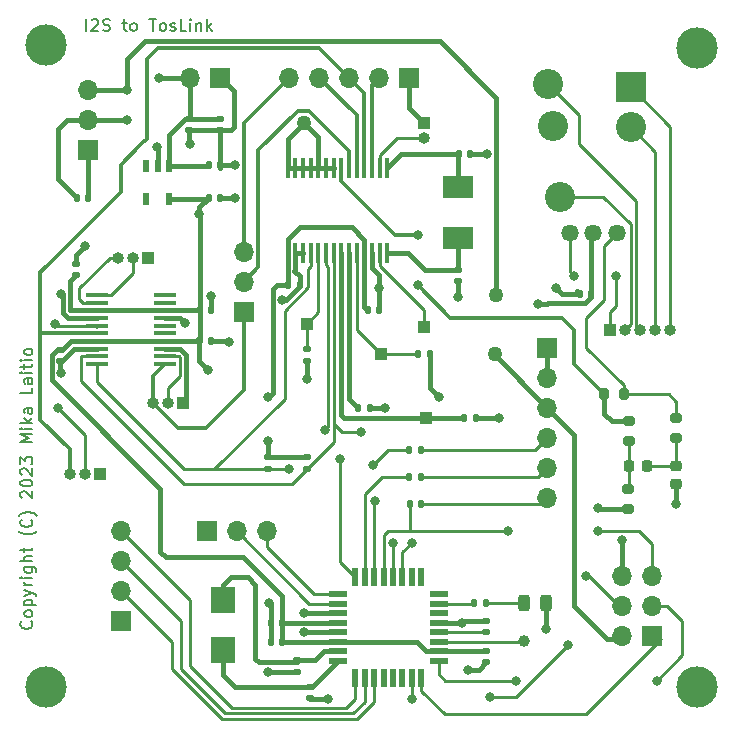
<source format=gbr>
%TF.GenerationSoftware,KiCad,Pcbnew,7.0.10-1-dev-1fdf7d0cf4*%
%TF.CreationDate,2023-12-26T02:00:40-08:00*%
%TF.ProjectId,i2s_to_toslink_pcb,6932735f-746f-45f7-946f-736c696e6b5f,rev?*%
%TF.SameCoordinates,Original*%
%TF.FileFunction,Copper,L1,Top*%
%TF.FilePolarity,Positive*%
%FSLAX46Y46*%
G04 Gerber Fmt 4.6, Leading zero omitted, Abs format (unit mm)*
G04 Created by KiCad (PCBNEW 7.0.10-1-dev-1fdf7d0cf4) date 2023-12-26 02:00:40*
%MOMM*%
%LPD*%
G01*
G04 APERTURE LIST*
G04 Aperture macros list*
%AMRoundRect*
0 Rectangle with rounded corners*
0 $1 Rounding radius*
0 $2 $3 $4 $5 $6 $7 $8 $9 X,Y pos of 4 corners*
0 Add a 4 corners polygon primitive as box body*
4,1,4,$2,$3,$4,$5,$6,$7,$8,$9,$2,$3,0*
0 Add four circle primitives for the rounded corners*
1,1,$1+$1,$2,$3*
1,1,$1+$1,$4,$5*
1,1,$1+$1,$6,$7*
1,1,$1+$1,$8,$9*
0 Add four rect primitives between the rounded corners*
20,1,$1+$1,$2,$3,$4,$5,0*
20,1,$1+$1,$4,$5,$6,$7,0*
20,1,$1+$1,$6,$7,$8,$9,0*
20,1,$1+$1,$8,$9,$2,$3,0*%
G04 Aperture macros list end*
%ADD10C,0.203200*%
%TA.AperFunction,NonConductor*%
%ADD11C,0.203200*%
%TD*%
%TA.AperFunction,SMDPad,CuDef*%
%ADD12R,2.006600X2.235200*%
%TD*%
%TA.AperFunction,ComponentPad*%
%ADD13C,2.600000*%
%TD*%
%TA.AperFunction,ConnectorPad*%
%ADD14C,3.500000*%
%TD*%
%TA.AperFunction,SMDPad,CuDef*%
%ADD15RoundRect,0.140000X-0.140000X-0.170000X0.140000X-0.170000X0.140000X0.170000X-0.140000X0.170000X0*%
%TD*%
%TA.AperFunction,SMDPad,CuDef*%
%ADD16RoundRect,0.200000X-0.275000X0.200000X-0.275000X-0.200000X0.275000X-0.200000X0.275000X0.200000X0*%
%TD*%
%TA.AperFunction,SMDPad,CuDef*%
%ADD17RoundRect,0.140000X-0.170000X0.140000X-0.170000X-0.140000X0.170000X-0.140000X0.170000X0.140000X0*%
%TD*%
%TA.AperFunction,SMDPad,CuDef*%
%ADD18RoundRect,0.140000X0.140000X0.170000X-0.140000X0.170000X-0.140000X-0.170000X0.140000X-0.170000X0*%
%TD*%
%TA.AperFunction,ComponentPad*%
%ADD19R,1.700000X1.700000*%
%TD*%
%TA.AperFunction,ComponentPad*%
%ADD20O,1.700000X1.700000*%
%TD*%
%TA.AperFunction,SMDPad,CuDef*%
%ADD21RoundRect,0.135000X-0.135000X-0.185000X0.135000X-0.185000X0.135000X0.185000X-0.135000X0.185000X0*%
%TD*%
%TA.AperFunction,ComponentPad*%
%ADD22R,1.000000X1.000000*%
%TD*%
%TA.AperFunction,SMDPad,CuDef*%
%ADD23C,1.000000*%
%TD*%
%TA.AperFunction,SMDPad,CuDef*%
%ADD24R,1.600000X0.550000*%
%TD*%
%TA.AperFunction,SMDPad,CuDef*%
%ADD25R,0.550000X1.600000*%
%TD*%
%TA.AperFunction,SMDPad,CuDef*%
%ADD26RoundRect,0.140000X0.170000X-0.140000X0.170000X0.140000X-0.170000X0.140000X-0.170000X-0.140000X0*%
%TD*%
%TA.AperFunction,SMDPad,CuDef*%
%ADD27RoundRect,0.200000X0.275000X-0.200000X0.275000X0.200000X-0.275000X0.200000X-0.275000X-0.200000X0*%
%TD*%
%TA.AperFunction,ComponentPad*%
%ADD28O,1.000000X1.000000*%
%TD*%
%TA.AperFunction,SMDPad,CuDef*%
%ADD29RoundRect,0.225000X0.225000X0.250000X-0.225000X0.250000X-0.225000X-0.250000X0.225000X-0.250000X0*%
%TD*%
%TA.AperFunction,SMDPad,CuDef*%
%ADD30RoundRect,0.135000X0.185000X-0.135000X0.185000X0.135000X-0.185000X0.135000X-0.185000X-0.135000X0*%
%TD*%
%TA.AperFunction,SMDPad,CuDef*%
%ADD31RoundRect,0.200000X-0.200000X-0.275000X0.200000X-0.275000X0.200000X0.275000X-0.200000X0.275000X0*%
%TD*%
%TA.AperFunction,SMDPad,CuDef*%
%ADD32RoundRect,0.135000X-0.185000X0.135000X-0.185000X-0.135000X0.185000X-0.135000X0.185000X0.135000X0*%
%TD*%
%TA.AperFunction,ComponentPad*%
%ADD33R,2.550000X2.550000*%
%TD*%
%TA.AperFunction,ComponentPad*%
%ADD34C,2.550000*%
%TD*%
%TA.AperFunction,ComponentPad*%
%ADD35C,1.462000*%
%TD*%
%TA.AperFunction,SMDPad,CuDef*%
%ADD36R,0.508000X0.977900*%
%TD*%
%TA.AperFunction,SMDPad,CuDef*%
%ADD37RoundRect,0.243750X0.243750X0.456250X-0.243750X0.456250X-0.243750X-0.456250X0.243750X-0.456250X0*%
%TD*%
%TA.AperFunction,SMDPad,CuDef*%
%ADD38RoundRect,0.225000X-0.250000X0.225000X-0.250000X-0.225000X0.250000X-0.225000X0.250000X0.225000X0*%
%TD*%
%TA.AperFunction,SMDPad,CuDef*%
%ADD39R,1.955432X0.420766*%
%TD*%
%TA.AperFunction,SMDPad,CuDef*%
%ADD40R,2.600000X1.900000*%
%TD*%
%TA.AperFunction,SMDPad,CuDef*%
%ADD41R,0.431800X1.651000*%
%TD*%
%TA.AperFunction,SMDPad,CuDef*%
%ADD42RoundRect,0.135000X0.135000X0.185000X-0.135000X0.185000X-0.135000X-0.185000X0.135000X-0.185000X0*%
%TD*%
%TA.AperFunction,ViaPad*%
%ADD43C,0.800000*%
%TD*%
%TA.AperFunction,ViaPad*%
%ADD44C,1.270000*%
%TD*%
%TA.AperFunction,Conductor*%
%ADD45C,0.381000*%
%TD*%
%TA.AperFunction,Conductor*%
%ADD46C,0.250000*%
%TD*%
%TA.AperFunction,Conductor*%
%ADD47C,0.304800*%
%TD*%
G04 APERTURE END LIST*
D10*
D11*
X27553588Y-22471093D02*
X27553588Y-21455093D01*
X27989017Y-21551855D02*
X28037398Y-21503474D01*
X28037398Y-21503474D02*
X28134160Y-21455093D01*
X28134160Y-21455093D02*
X28376065Y-21455093D01*
X28376065Y-21455093D02*
X28472827Y-21503474D01*
X28472827Y-21503474D02*
X28521208Y-21551855D01*
X28521208Y-21551855D02*
X28569589Y-21648617D01*
X28569589Y-21648617D02*
X28569589Y-21745379D01*
X28569589Y-21745379D02*
X28521208Y-21890522D01*
X28521208Y-21890522D02*
X27940636Y-22471093D01*
X27940636Y-22471093D02*
X28569589Y-22471093D01*
X28956636Y-22422713D02*
X29101779Y-22471093D01*
X29101779Y-22471093D02*
X29343684Y-22471093D01*
X29343684Y-22471093D02*
X29440446Y-22422713D01*
X29440446Y-22422713D02*
X29488827Y-22374332D01*
X29488827Y-22374332D02*
X29537208Y-22277570D01*
X29537208Y-22277570D02*
X29537208Y-22180808D01*
X29537208Y-22180808D02*
X29488827Y-22084046D01*
X29488827Y-22084046D02*
X29440446Y-22035665D01*
X29440446Y-22035665D02*
X29343684Y-21987284D01*
X29343684Y-21987284D02*
X29150160Y-21938903D01*
X29150160Y-21938903D02*
X29053398Y-21890522D01*
X29053398Y-21890522D02*
X29005017Y-21842141D01*
X29005017Y-21842141D02*
X28956636Y-21745379D01*
X28956636Y-21745379D02*
X28956636Y-21648617D01*
X28956636Y-21648617D02*
X29005017Y-21551855D01*
X29005017Y-21551855D02*
X29053398Y-21503474D01*
X29053398Y-21503474D02*
X29150160Y-21455093D01*
X29150160Y-21455093D02*
X29392065Y-21455093D01*
X29392065Y-21455093D02*
X29537208Y-21503474D01*
X30601588Y-21793760D02*
X30988636Y-21793760D01*
X30746731Y-21455093D02*
X30746731Y-22325951D01*
X30746731Y-22325951D02*
X30795112Y-22422713D01*
X30795112Y-22422713D02*
X30891874Y-22471093D01*
X30891874Y-22471093D02*
X30988636Y-22471093D01*
X31472445Y-22471093D02*
X31375683Y-22422713D01*
X31375683Y-22422713D02*
X31327302Y-22374332D01*
X31327302Y-22374332D02*
X31278921Y-22277570D01*
X31278921Y-22277570D02*
X31278921Y-21987284D01*
X31278921Y-21987284D02*
X31327302Y-21890522D01*
X31327302Y-21890522D02*
X31375683Y-21842141D01*
X31375683Y-21842141D02*
X31472445Y-21793760D01*
X31472445Y-21793760D02*
X31617588Y-21793760D01*
X31617588Y-21793760D02*
X31714350Y-21842141D01*
X31714350Y-21842141D02*
X31762731Y-21890522D01*
X31762731Y-21890522D02*
X31811112Y-21987284D01*
X31811112Y-21987284D02*
X31811112Y-22277570D01*
X31811112Y-22277570D02*
X31762731Y-22374332D01*
X31762731Y-22374332D02*
X31714350Y-22422713D01*
X31714350Y-22422713D02*
X31617588Y-22471093D01*
X31617588Y-22471093D02*
X31472445Y-22471093D01*
X32875492Y-21455093D02*
X33456064Y-21455093D01*
X33165778Y-22471093D02*
X33165778Y-21455093D01*
X33939873Y-22471093D02*
X33843111Y-22422713D01*
X33843111Y-22422713D02*
X33794730Y-22374332D01*
X33794730Y-22374332D02*
X33746349Y-22277570D01*
X33746349Y-22277570D02*
X33746349Y-21987284D01*
X33746349Y-21987284D02*
X33794730Y-21890522D01*
X33794730Y-21890522D02*
X33843111Y-21842141D01*
X33843111Y-21842141D02*
X33939873Y-21793760D01*
X33939873Y-21793760D02*
X34085016Y-21793760D01*
X34085016Y-21793760D02*
X34181778Y-21842141D01*
X34181778Y-21842141D02*
X34230159Y-21890522D01*
X34230159Y-21890522D02*
X34278540Y-21987284D01*
X34278540Y-21987284D02*
X34278540Y-22277570D01*
X34278540Y-22277570D02*
X34230159Y-22374332D01*
X34230159Y-22374332D02*
X34181778Y-22422713D01*
X34181778Y-22422713D02*
X34085016Y-22471093D01*
X34085016Y-22471093D02*
X33939873Y-22471093D01*
X34665587Y-22422713D02*
X34762349Y-22471093D01*
X34762349Y-22471093D02*
X34955873Y-22471093D01*
X34955873Y-22471093D02*
X35052635Y-22422713D01*
X35052635Y-22422713D02*
X35101016Y-22325951D01*
X35101016Y-22325951D02*
X35101016Y-22277570D01*
X35101016Y-22277570D02*
X35052635Y-22180808D01*
X35052635Y-22180808D02*
X34955873Y-22132427D01*
X34955873Y-22132427D02*
X34810730Y-22132427D01*
X34810730Y-22132427D02*
X34713968Y-22084046D01*
X34713968Y-22084046D02*
X34665587Y-21987284D01*
X34665587Y-21987284D02*
X34665587Y-21938903D01*
X34665587Y-21938903D02*
X34713968Y-21842141D01*
X34713968Y-21842141D02*
X34810730Y-21793760D01*
X34810730Y-21793760D02*
X34955873Y-21793760D01*
X34955873Y-21793760D02*
X35052635Y-21842141D01*
X36020254Y-22471093D02*
X35536444Y-22471093D01*
X35536444Y-22471093D02*
X35536444Y-21455093D01*
X36358920Y-22471093D02*
X36358920Y-21793760D01*
X36358920Y-21455093D02*
X36310539Y-21503474D01*
X36310539Y-21503474D02*
X36358920Y-21551855D01*
X36358920Y-21551855D02*
X36407301Y-21503474D01*
X36407301Y-21503474D02*
X36358920Y-21455093D01*
X36358920Y-21455093D02*
X36358920Y-21551855D01*
X36842730Y-21793760D02*
X36842730Y-22471093D01*
X36842730Y-21890522D02*
X36891111Y-21842141D01*
X36891111Y-21842141D02*
X36987873Y-21793760D01*
X36987873Y-21793760D02*
X37133016Y-21793760D01*
X37133016Y-21793760D02*
X37229778Y-21842141D01*
X37229778Y-21842141D02*
X37278159Y-21938903D01*
X37278159Y-21938903D02*
X37278159Y-22471093D01*
X37761968Y-22471093D02*
X37761968Y-21455093D01*
X37858730Y-22084046D02*
X38149016Y-22471093D01*
X38149016Y-21793760D02*
X37761968Y-22180808D01*
D10*
D11*
X22882332Y-72449839D02*
X22930713Y-72498220D01*
X22930713Y-72498220D02*
X22979093Y-72643363D01*
X22979093Y-72643363D02*
X22979093Y-72740125D01*
X22979093Y-72740125D02*
X22930713Y-72885268D01*
X22930713Y-72885268D02*
X22833951Y-72982030D01*
X22833951Y-72982030D02*
X22737189Y-73030411D01*
X22737189Y-73030411D02*
X22543665Y-73078792D01*
X22543665Y-73078792D02*
X22398522Y-73078792D01*
X22398522Y-73078792D02*
X22204998Y-73030411D01*
X22204998Y-73030411D02*
X22108236Y-72982030D01*
X22108236Y-72982030D02*
X22011474Y-72885268D01*
X22011474Y-72885268D02*
X21963093Y-72740125D01*
X21963093Y-72740125D02*
X21963093Y-72643363D01*
X21963093Y-72643363D02*
X22011474Y-72498220D01*
X22011474Y-72498220D02*
X22059855Y-72449839D01*
X22979093Y-71869268D02*
X22930713Y-71966030D01*
X22930713Y-71966030D02*
X22882332Y-72014411D01*
X22882332Y-72014411D02*
X22785570Y-72062792D01*
X22785570Y-72062792D02*
X22495284Y-72062792D01*
X22495284Y-72062792D02*
X22398522Y-72014411D01*
X22398522Y-72014411D02*
X22350141Y-71966030D01*
X22350141Y-71966030D02*
X22301760Y-71869268D01*
X22301760Y-71869268D02*
X22301760Y-71724125D01*
X22301760Y-71724125D02*
X22350141Y-71627363D01*
X22350141Y-71627363D02*
X22398522Y-71578982D01*
X22398522Y-71578982D02*
X22495284Y-71530601D01*
X22495284Y-71530601D02*
X22785570Y-71530601D01*
X22785570Y-71530601D02*
X22882332Y-71578982D01*
X22882332Y-71578982D02*
X22930713Y-71627363D01*
X22930713Y-71627363D02*
X22979093Y-71724125D01*
X22979093Y-71724125D02*
X22979093Y-71869268D01*
X22301760Y-71095173D02*
X23317760Y-71095173D01*
X22350141Y-71095173D02*
X22301760Y-70998411D01*
X22301760Y-70998411D02*
X22301760Y-70804887D01*
X22301760Y-70804887D02*
X22350141Y-70708125D01*
X22350141Y-70708125D02*
X22398522Y-70659744D01*
X22398522Y-70659744D02*
X22495284Y-70611363D01*
X22495284Y-70611363D02*
X22785570Y-70611363D01*
X22785570Y-70611363D02*
X22882332Y-70659744D01*
X22882332Y-70659744D02*
X22930713Y-70708125D01*
X22930713Y-70708125D02*
X22979093Y-70804887D01*
X22979093Y-70804887D02*
X22979093Y-70998411D01*
X22979093Y-70998411D02*
X22930713Y-71095173D01*
X22301760Y-70272697D02*
X22979093Y-70030792D01*
X22301760Y-69788887D02*
X22979093Y-70030792D01*
X22979093Y-70030792D02*
X23220998Y-70127554D01*
X23220998Y-70127554D02*
X23269379Y-70175935D01*
X23269379Y-70175935D02*
X23317760Y-70272697D01*
X22979093Y-69401840D02*
X22301760Y-69401840D01*
X22495284Y-69401840D02*
X22398522Y-69353459D01*
X22398522Y-69353459D02*
X22350141Y-69305078D01*
X22350141Y-69305078D02*
X22301760Y-69208316D01*
X22301760Y-69208316D02*
X22301760Y-69111554D01*
X22979093Y-68772888D02*
X22301760Y-68772888D01*
X21963093Y-68772888D02*
X22011474Y-68821269D01*
X22011474Y-68821269D02*
X22059855Y-68772888D01*
X22059855Y-68772888D02*
X22011474Y-68724507D01*
X22011474Y-68724507D02*
X21963093Y-68772888D01*
X21963093Y-68772888D02*
X22059855Y-68772888D01*
X22301760Y-67853649D02*
X23124236Y-67853649D01*
X23124236Y-67853649D02*
X23220998Y-67902030D01*
X23220998Y-67902030D02*
X23269379Y-67950411D01*
X23269379Y-67950411D02*
X23317760Y-68047173D01*
X23317760Y-68047173D02*
X23317760Y-68192316D01*
X23317760Y-68192316D02*
X23269379Y-68289078D01*
X22930713Y-67853649D02*
X22979093Y-67950411D01*
X22979093Y-67950411D02*
X22979093Y-68143935D01*
X22979093Y-68143935D02*
X22930713Y-68240697D01*
X22930713Y-68240697D02*
X22882332Y-68289078D01*
X22882332Y-68289078D02*
X22785570Y-68337459D01*
X22785570Y-68337459D02*
X22495284Y-68337459D01*
X22495284Y-68337459D02*
X22398522Y-68289078D01*
X22398522Y-68289078D02*
X22350141Y-68240697D01*
X22350141Y-68240697D02*
X22301760Y-68143935D01*
X22301760Y-68143935D02*
X22301760Y-67950411D01*
X22301760Y-67950411D02*
X22350141Y-67853649D01*
X22979093Y-67369840D02*
X21963093Y-67369840D01*
X22979093Y-66934411D02*
X22446903Y-66934411D01*
X22446903Y-66934411D02*
X22350141Y-66982792D01*
X22350141Y-66982792D02*
X22301760Y-67079554D01*
X22301760Y-67079554D02*
X22301760Y-67224697D01*
X22301760Y-67224697D02*
X22350141Y-67321459D01*
X22350141Y-67321459D02*
X22398522Y-67369840D01*
X22301760Y-66595745D02*
X22301760Y-66208697D01*
X21963093Y-66450602D02*
X22833951Y-66450602D01*
X22833951Y-66450602D02*
X22930713Y-66402221D01*
X22930713Y-66402221D02*
X22979093Y-66305459D01*
X22979093Y-66305459D02*
X22979093Y-66208697D01*
X23366141Y-64805650D02*
X23317760Y-64854031D01*
X23317760Y-64854031D02*
X23172617Y-64950793D01*
X23172617Y-64950793D02*
X23075855Y-64999174D01*
X23075855Y-64999174D02*
X22930713Y-65047555D01*
X22930713Y-65047555D02*
X22688808Y-65095936D01*
X22688808Y-65095936D02*
X22495284Y-65095936D01*
X22495284Y-65095936D02*
X22253379Y-65047555D01*
X22253379Y-65047555D02*
X22108236Y-64999174D01*
X22108236Y-64999174D02*
X22011474Y-64950793D01*
X22011474Y-64950793D02*
X21866332Y-64854031D01*
X21866332Y-64854031D02*
X21817951Y-64805650D01*
X22882332Y-63838031D02*
X22930713Y-63886412D01*
X22930713Y-63886412D02*
X22979093Y-64031555D01*
X22979093Y-64031555D02*
X22979093Y-64128317D01*
X22979093Y-64128317D02*
X22930713Y-64273460D01*
X22930713Y-64273460D02*
X22833951Y-64370222D01*
X22833951Y-64370222D02*
X22737189Y-64418603D01*
X22737189Y-64418603D02*
X22543665Y-64466984D01*
X22543665Y-64466984D02*
X22398522Y-64466984D01*
X22398522Y-64466984D02*
X22204998Y-64418603D01*
X22204998Y-64418603D02*
X22108236Y-64370222D01*
X22108236Y-64370222D02*
X22011474Y-64273460D01*
X22011474Y-64273460D02*
X21963093Y-64128317D01*
X21963093Y-64128317D02*
X21963093Y-64031555D01*
X21963093Y-64031555D02*
X22011474Y-63886412D01*
X22011474Y-63886412D02*
X22059855Y-63838031D01*
X23366141Y-63499365D02*
X23317760Y-63450984D01*
X23317760Y-63450984D02*
X23172617Y-63354222D01*
X23172617Y-63354222D02*
X23075855Y-63305841D01*
X23075855Y-63305841D02*
X22930713Y-63257460D01*
X22930713Y-63257460D02*
X22688808Y-63209079D01*
X22688808Y-63209079D02*
X22495284Y-63209079D01*
X22495284Y-63209079D02*
X22253379Y-63257460D01*
X22253379Y-63257460D02*
X22108236Y-63305841D01*
X22108236Y-63305841D02*
X22011474Y-63354222D01*
X22011474Y-63354222D02*
X21866332Y-63450984D01*
X21866332Y-63450984D02*
X21817951Y-63499365D01*
X22059855Y-61999556D02*
X22011474Y-61951175D01*
X22011474Y-61951175D02*
X21963093Y-61854413D01*
X21963093Y-61854413D02*
X21963093Y-61612508D01*
X21963093Y-61612508D02*
X22011474Y-61515746D01*
X22011474Y-61515746D02*
X22059855Y-61467365D01*
X22059855Y-61467365D02*
X22156617Y-61418984D01*
X22156617Y-61418984D02*
X22253379Y-61418984D01*
X22253379Y-61418984D02*
X22398522Y-61467365D01*
X22398522Y-61467365D02*
X22979093Y-62047937D01*
X22979093Y-62047937D02*
X22979093Y-61418984D01*
X21963093Y-60790032D02*
X21963093Y-60693270D01*
X21963093Y-60693270D02*
X22011474Y-60596508D01*
X22011474Y-60596508D02*
X22059855Y-60548127D01*
X22059855Y-60548127D02*
X22156617Y-60499746D01*
X22156617Y-60499746D02*
X22350141Y-60451365D01*
X22350141Y-60451365D02*
X22592046Y-60451365D01*
X22592046Y-60451365D02*
X22785570Y-60499746D01*
X22785570Y-60499746D02*
X22882332Y-60548127D01*
X22882332Y-60548127D02*
X22930713Y-60596508D01*
X22930713Y-60596508D02*
X22979093Y-60693270D01*
X22979093Y-60693270D02*
X22979093Y-60790032D01*
X22979093Y-60790032D02*
X22930713Y-60886794D01*
X22930713Y-60886794D02*
X22882332Y-60935175D01*
X22882332Y-60935175D02*
X22785570Y-60983556D01*
X22785570Y-60983556D02*
X22592046Y-61031937D01*
X22592046Y-61031937D02*
X22350141Y-61031937D01*
X22350141Y-61031937D02*
X22156617Y-60983556D01*
X22156617Y-60983556D02*
X22059855Y-60935175D01*
X22059855Y-60935175D02*
X22011474Y-60886794D01*
X22011474Y-60886794D02*
X21963093Y-60790032D01*
X22059855Y-60064318D02*
X22011474Y-60015937D01*
X22011474Y-60015937D02*
X21963093Y-59919175D01*
X21963093Y-59919175D02*
X21963093Y-59677270D01*
X21963093Y-59677270D02*
X22011474Y-59580508D01*
X22011474Y-59580508D02*
X22059855Y-59532127D01*
X22059855Y-59532127D02*
X22156617Y-59483746D01*
X22156617Y-59483746D02*
X22253379Y-59483746D01*
X22253379Y-59483746D02*
X22398522Y-59532127D01*
X22398522Y-59532127D02*
X22979093Y-60112699D01*
X22979093Y-60112699D02*
X22979093Y-59483746D01*
X21963093Y-59145080D02*
X21963093Y-58516127D01*
X21963093Y-58516127D02*
X22350141Y-58854794D01*
X22350141Y-58854794D02*
X22350141Y-58709651D01*
X22350141Y-58709651D02*
X22398522Y-58612889D01*
X22398522Y-58612889D02*
X22446903Y-58564508D01*
X22446903Y-58564508D02*
X22543665Y-58516127D01*
X22543665Y-58516127D02*
X22785570Y-58516127D01*
X22785570Y-58516127D02*
X22882332Y-58564508D01*
X22882332Y-58564508D02*
X22930713Y-58612889D01*
X22930713Y-58612889D02*
X22979093Y-58709651D01*
X22979093Y-58709651D02*
X22979093Y-58999937D01*
X22979093Y-58999937D02*
X22930713Y-59096699D01*
X22930713Y-59096699D02*
X22882332Y-59145080D01*
X22979093Y-57306604D02*
X21963093Y-57306604D01*
X21963093Y-57306604D02*
X22688808Y-56967937D01*
X22688808Y-56967937D02*
X21963093Y-56629270D01*
X21963093Y-56629270D02*
X22979093Y-56629270D01*
X22979093Y-56145461D02*
X22301760Y-56145461D01*
X21963093Y-56145461D02*
X22011474Y-56193842D01*
X22011474Y-56193842D02*
X22059855Y-56145461D01*
X22059855Y-56145461D02*
X22011474Y-56097080D01*
X22011474Y-56097080D02*
X21963093Y-56145461D01*
X21963093Y-56145461D02*
X22059855Y-56145461D01*
X22979093Y-55661651D02*
X21963093Y-55661651D01*
X22592046Y-55564889D02*
X22979093Y-55274603D01*
X22301760Y-55274603D02*
X22688808Y-55661651D01*
X22979093Y-54403746D02*
X22446903Y-54403746D01*
X22446903Y-54403746D02*
X22350141Y-54452127D01*
X22350141Y-54452127D02*
X22301760Y-54548889D01*
X22301760Y-54548889D02*
X22301760Y-54742413D01*
X22301760Y-54742413D02*
X22350141Y-54839175D01*
X22930713Y-54403746D02*
X22979093Y-54500508D01*
X22979093Y-54500508D02*
X22979093Y-54742413D01*
X22979093Y-54742413D02*
X22930713Y-54839175D01*
X22930713Y-54839175D02*
X22833951Y-54887556D01*
X22833951Y-54887556D02*
X22737189Y-54887556D01*
X22737189Y-54887556D02*
X22640427Y-54839175D01*
X22640427Y-54839175D02*
X22592046Y-54742413D01*
X22592046Y-54742413D02*
X22592046Y-54500508D01*
X22592046Y-54500508D02*
X22543665Y-54403746D01*
X22979093Y-52662032D02*
X22979093Y-53145842D01*
X22979093Y-53145842D02*
X21963093Y-53145842D01*
X22979093Y-51887937D02*
X22446903Y-51887937D01*
X22446903Y-51887937D02*
X22350141Y-51936318D01*
X22350141Y-51936318D02*
X22301760Y-52033080D01*
X22301760Y-52033080D02*
X22301760Y-52226604D01*
X22301760Y-52226604D02*
X22350141Y-52323366D01*
X22930713Y-51887937D02*
X22979093Y-51984699D01*
X22979093Y-51984699D02*
X22979093Y-52226604D01*
X22979093Y-52226604D02*
X22930713Y-52323366D01*
X22930713Y-52323366D02*
X22833951Y-52371747D01*
X22833951Y-52371747D02*
X22737189Y-52371747D01*
X22737189Y-52371747D02*
X22640427Y-52323366D01*
X22640427Y-52323366D02*
X22592046Y-52226604D01*
X22592046Y-52226604D02*
X22592046Y-51984699D01*
X22592046Y-51984699D02*
X22543665Y-51887937D01*
X22979093Y-51404128D02*
X22301760Y-51404128D01*
X21963093Y-51404128D02*
X22011474Y-51452509D01*
X22011474Y-51452509D02*
X22059855Y-51404128D01*
X22059855Y-51404128D02*
X22011474Y-51355747D01*
X22011474Y-51355747D02*
X21963093Y-51404128D01*
X21963093Y-51404128D02*
X22059855Y-51404128D01*
X22301760Y-51065461D02*
X22301760Y-50678413D01*
X21963093Y-50920318D02*
X22833951Y-50920318D01*
X22833951Y-50920318D02*
X22930713Y-50871937D01*
X22930713Y-50871937D02*
X22979093Y-50775175D01*
X22979093Y-50775175D02*
X22979093Y-50678413D01*
X22979093Y-50339747D02*
X22301760Y-50339747D01*
X21963093Y-50339747D02*
X22011474Y-50388128D01*
X22011474Y-50388128D02*
X22059855Y-50339747D01*
X22059855Y-50339747D02*
X22011474Y-50291366D01*
X22011474Y-50291366D02*
X21963093Y-50339747D01*
X21963093Y-50339747D02*
X22059855Y-50339747D01*
X22979093Y-49710794D02*
X22930713Y-49807556D01*
X22930713Y-49807556D02*
X22882332Y-49855937D01*
X22882332Y-49855937D02*
X22785570Y-49904318D01*
X22785570Y-49904318D02*
X22495284Y-49904318D01*
X22495284Y-49904318D02*
X22398522Y-49855937D01*
X22398522Y-49855937D02*
X22350141Y-49807556D01*
X22350141Y-49807556D02*
X22301760Y-49710794D01*
X22301760Y-49710794D02*
X22301760Y-49565651D01*
X22301760Y-49565651D02*
X22350141Y-49468889D01*
X22350141Y-49468889D02*
X22398522Y-49420508D01*
X22398522Y-49420508D02*
X22495284Y-49372127D01*
X22495284Y-49372127D02*
X22785570Y-49372127D01*
X22785570Y-49372127D02*
X22882332Y-49420508D01*
X22882332Y-49420508D02*
X22930713Y-49468889D01*
X22930713Y-49468889D02*
X22979093Y-49565651D01*
X22979093Y-49565651D02*
X22979093Y-49710794D01*
D12*
%TO.P,Y1,1,1*%
%TO.N,MCU_XTAL2*%
X39116000Y-74904600D03*
%TO.P,Y1,2,2*%
%TO.N,MCU_XTAL1*%
X39116000Y-70637400D03*
%TD*%
D13*
%TO.P,H1,1*%
%TO.N,N/C*%
X24130000Y-23622000D03*
D14*
X24130000Y-23622000D03*
%TD*%
D15*
%TO.P,C18,1*%
%TO.N,CODEC_XIN*%
X59055000Y-32856000D03*
%TO.P,C18,2*%
%TO.N,GND*%
X60015000Y-32856000D03*
%TD*%
D16*
%TO.P,R10,1*%
%TO.N,Net-(J10-VIN)*%
X77470000Y-55271400D03*
%TO.P,R10,2*%
%TO.N,Net-(C22-Pad1)*%
X77470000Y-56921400D03*
%TD*%
D17*
%TO.P,C10,1*%
%TO.N,MCU_XTAL1*%
X45364400Y-75748000D03*
%TO.P,C10,2*%
%TO.N,GND*%
X45364400Y-76708000D03*
%TD*%
D18*
%TO.P,C15,1*%
%TO.N,GND*%
X38069400Y-48717200D03*
%TO.P,C15,2*%
%TO.N,VCC_3V3*%
X37109400Y-48717200D03*
%TD*%
D19*
%TO.P,J3,1,Pin_1*%
%TO.N,GND*%
X27686000Y-32512000D03*
D20*
%TO.P,J3,2,Pin_2*%
%TO.N,VCC_3V3*%
X27686000Y-29972000D03*
%TO.P,J3,3,Pin_3*%
%TO.N,VIN_5V*%
X27686000Y-27432000D03*
%TD*%
D21*
%TO.P,R4,1*%
%TO.N,MCU_TXD0*%
X54860000Y-60198000D03*
%TO.P,R4,2*%
%TO.N,Net-(J5-Pin_5)*%
X55880000Y-60198000D03*
%TD*%
%TO.P,R6,1*%
%TO.N,CODEC_GPO7*%
X59484800Y-55245000D03*
%TO.P,R6,2*%
%TO.N,GND*%
X60504800Y-55245000D03*
%TD*%
D22*
%TO.P,J17,1,Pin_1*%
%TO.N,CODEC_CLKOUT*%
X56134000Y-47498000D03*
%TD*%
D21*
%TO.P,R8,1*%
%TO.N,CODEC_RESETB*%
X55624000Y-49784000D03*
%TO.P,R8,2*%
%TO.N,VCC_3V3*%
X56644000Y-49784000D03*
%TD*%
D18*
%TO.P,C8,1*%
%TO.N,VCC_3V3*%
X44113600Y-74168000D03*
%TO.P,C8,2*%
%TO.N,GND*%
X43153600Y-74168000D03*
%TD*%
D23*
%TO.P,TP1,1,1*%
%TO.N,Net-(U2-ADC6)*%
X64617600Y-74117200D03*
%TD*%
D17*
%TO.P,C13,1*%
%TO.N,GND*%
X26670000Y-42164000D03*
%TO.P,C13,2*%
%TO.N,VCC_3V3*%
X26670000Y-43124000D03*
%TD*%
D24*
%TO.P,U2,1,PD3*%
%TO.N,Net-(J4-Pin_3)*%
X48861400Y-70174200D03*
%TO.P,U2,2,PD4*%
%TO.N,Net-(J4-Pin_2)*%
X48861400Y-70974200D03*
%TO.P,U2,3,GND*%
%TO.N,GND*%
X48861400Y-71774200D03*
%TO.P,U2,4,VCC*%
%TO.N,VCC_3V3*%
X48861400Y-72574200D03*
%TO.P,U2,5,GND*%
%TO.N,GND*%
X48861400Y-73374200D03*
%TO.P,U2,6,VCC*%
%TO.N,VCC_3V3*%
X48861400Y-74174200D03*
%TO.P,U2,7,XTAL1/PB6*%
%TO.N,MCU_XTAL1*%
X48861400Y-74974200D03*
%TO.P,U2,8,XTAL2/PB7*%
%TO.N,MCU_XTAL2*%
X48861400Y-75774200D03*
D25*
%TO.P,U2,9,PD5*%
%TO.N,Net-(J12-Pin_4)*%
X50311400Y-77224200D03*
%TO.P,U2,10,PD6*%
%TO.N,Net-(J12-Pin_3)*%
X51111400Y-77224200D03*
%TO.P,U2,11,PD7*%
%TO.N,Net-(J12-Pin_2)*%
X51911400Y-77224200D03*
%TO.P,U2,12,PB0*%
%TO.N,unconnected-(U2-PB0-Pad12)*%
X52711400Y-77224200D03*
%TO.P,U2,13,PB1*%
%TO.N,unconnected-(U2-PB1-Pad13)*%
X53511400Y-77224200D03*
%TO.P,U2,14,PB2*%
%TO.N,unconnected-(U2-PB2-Pad14)*%
X54311400Y-77224200D03*
%TO.P,U2,15,PB3*%
%TO.N,MCU_MOSI*%
X55111400Y-77224200D03*
%TO.P,U2,16,PB4*%
%TO.N,MCU_MISO*%
X55911400Y-77224200D03*
D24*
%TO.P,U2,17,PB5*%
%TO.N,MCU_SCK*%
X57361400Y-75774200D03*
%TO.P,U2,18,AVCC*%
%TO.N,VCC_3V3*%
X57361400Y-74974200D03*
%TO.P,U2,19,ADC6*%
%TO.N,Net-(U2-ADC6)*%
X57361400Y-74174200D03*
%TO.P,U2,20,AREF*%
%TO.N,Net-(U2-AREF)*%
X57361400Y-73374200D03*
%TO.P,U2,21,GND*%
%TO.N,GND*%
X57361400Y-72574200D03*
%TO.P,U2,22,ADC7*%
%TO.N,unconnected-(U2-ADC7-Pad22)*%
X57361400Y-71774200D03*
%TO.P,U2,23,PC0*%
%TO.N,MCU_LED*%
X57361400Y-70974200D03*
%TO.P,U2,24,PC1*%
%TO.N,unconnected-(U2-PC1-Pad24)*%
X57361400Y-70174200D03*
D25*
%TO.P,U2,25,PC2*%
%TO.N,unconnected-(U2-PC2-Pad25)*%
X55911400Y-68724200D03*
%TO.P,U2,26,PC3*%
%TO.N,unconnected-(U2-PC3-Pad26)*%
X55111400Y-68724200D03*
%TO.P,U2,27,PC4*%
%TO.N,MCU_SDA1*%
X54311400Y-68724200D03*
%TO.P,U2,28,PC5*%
%TO.N,MCU_SCL1*%
X53511400Y-68724200D03*
%TO.P,U2,29,~{RESET}/PC6*%
%TO.N,MCU_RST*%
X52711400Y-68724200D03*
%TO.P,U2,30,PD0*%
%TO.N,MCU_RXD0*%
X51911400Y-68724200D03*
%TO.P,U2,31,PD1*%
%TO.N,MCU_TXD0*%
X51111400Y-68724200D03*
%TO.P,U2,32,PD2*%
%TO.N,MCU_INT0*%
X50311400Y-68724200D03*
%TD*%
D19*
%TO.P,J2,1,Pin_1*%
%TO.N,GND*%
X54864000Y-26416000D03*
D20*
%TO.P,J2,2,Pin_2*%
%TO.N,EXTERNAL_IN_I2S_DIN*%
X52324000Y-26416000D03*
%TO.P,J2,3,Pin_3*%
%TO.N,EXTERNAL_IN_I2S_BCLK*%
X49784000Y-26416000D03*
%TO.P,J2,4,Pin_4*%
%TO.N,EXTERNAL_IN_I2S_LRCLK*%
X47244000Y-26416000D03*
%TO.P,J2,5,Pin_5*%
%TO.N,EXTERNAL_IN_I2S_MCLK*%
X44704000Y-26416000D03*
%TD*%
D22*
%TO.P,J15,1,Pin_1*%
%TO.N,CODEC_GPO7*%
X56261000Y-55245000D03*
%TD*%
D26*
%TO.P,C14,1*%
%TO.N,GND*%
X25349200Y-50416400D03*
%TO.P,C14,2*%
%TO.N,VCC_3V3*%
X25349200Y-49456400D03*
%TD*%
D16*
%TO.P,R12,1*%
%TO.N,Net-(C23-Pad2)*%
X73431400Y-61291200D03*
%TO.P,R12,2*%
%TO.N,GND*%
X73431400Y-62941200D03*
%TD*%
D19*
%TO.P,J12,1,Pin_1*%
%TO.N,GND*%
X30480000Y-72390000D03*
D20*
%TO.P,J12,2,Pin_2*%
%TO.N,Net-(J12-Pin_2)*%
X30480000Y-69850000D03*
%TO.P,J12,3,Pin_3*%
%TO.N,Net-(J12-Pin_3)*%
X30480000Y-67310000D03*
%TO.P,J12,4,Pin_4*%
%TO.N,Net-(J12-Pin_4)*%
X30480000Y-64770000D03*
%TD*%
D15*
%TO.P,C4,1*%
%TO.N,VCC_3V3*%
X37902000Y-36576000D03*
%TO.P,C4,2*%
%TO.N,GND*%
X38862000Y-36576000D03*
%TD*%
D27*
%TO.P,R13,1*%
%TO.N,Net-(C23-Pad2)*%
X73482200Y-57150000D03*
%TO.P,R13,2*%
%TO.N,CODEC_OUT_SPDIF_AUDIO_DATA*%
X73482200Y-55500000D03*
%TD*%
D22*
%TO.P,J9,1,Pin_1*%
%TO.N,GND*%
X35687000Y-53975000D03*
D28*
%TO.P,J9,2,Pin_2*%
%TO.N,Net-(J9-Pin_2)*%
X34417000Y-53975000D03*
%TO.P,J9,3,Pin_3*%
%TO.N,CLKGEN_OUT_I2S_MCLK*%
X33147000Y-53975000D03*
%TD*%
D21*
%TO.P,R5,1*%
%TO.N,MCU_RXD0*%
X54860000Y-57912000D03*
%TO.P,R5,2*%
%TO.N,Net-(J5-Pin_4)*%
X55880000Y-57912000D03*
%TD*%
D29*
%TO.P,C23,1*%
%TO.N,Net-(C22-Pad1)*%
X75019400Y-59271400D03*
%TO.P,C23,2*%
%TO.N,Net-(C23-Pad2)*%
X73469400Y-59271400D03*
%TD*%
D30*
%TO.P,R1,1*%
%TO.N,MCU_SDA1*%
X46228000Y-59563000D03*
%TO.P,R1,2*%
%TO.N,VCC_3V3*%
X46228000Y-58543000D03*
%TD*%
D31*
%TO.P,R11,1*%
%TO.N,CODEC_OUT_SPDIF_AUDIO_DATA*%
X71374000Y-53213000D03*
%TO.P,R11,2*%
%TO.N,Net-(J10-VIN)*%
X73024000Y-53213000D03*
%TD*%
D22*
%TO.P,J7,1,Pin_1*%
%TO.N,GND*%
X28702000Y-59944000D03*
D28*
%TO.P,J7,2,Pin_2*%
%TO.N,Net-(J7-Pin_2)*%
X27432000Y-59944000D03*
%TO.P,J7,3,Pin_3*%
%TO.N,EXTERNAL_IN_I2S_BCLK*%
X26162000Y-59944000D03*
%TD*%
D22*
%TO.P,J14,1,Pin_1*%
%TO.N,CODEC_GPO0*%
X46228000Y-47244000D03*
%TD*%
D17*
%TO.P,C11,1*%
%TO.N,MCU_XTAL2*%
X46482000Y-78006000D03*
%TO.P,C11,2*%
%TO.N,GND*%
X46482000Y-78966000D03*
%TD*%
D18*
%TO.P,C5,1*%
%TO.N,GND*%
X27686000Y-36576000D03*
%TO.P,C5,2*%
%TO.N,VCC_3V3*%
X26726000Y-36576000D03*
%TD*%
D19*
%TO.P,J5,1,Pin_1*%
%TO.N,GND*%
X66548000Y-49276000D03*
D20*
%TO.P,J5,2,Pin_2*%
X66548000Y-51816000D03*
%TO.P,J5,3,Pin_3*%
%TO.N,VIN_5V*%
X66548000Y-54356000D03*
%TO.P,J5,4,Pin_4*%
%TO.N,Net-(J5-Pin_4)*%
X66548000Y-56896000D03*
%TO.P,J5,5,Pin_5*%
%TO.N,Net-(J5-Pin_5)*%
X66548000Y-59436000D03*
%TO.P,J5,6,Pin_6*%
%TO.N,Net-(J5-Pin_6)*%
X66548000Y-61976000D03*
%TD*%
D32*
%TO.P,R9,1*%
%TO.N,CODEC_GPO0*%
X46228000Y-49401000D03*
%TO.P,R9,2*%
%TO.N,GND*%
X46228000Y-50421000D03*
%TD*%
D13*
%TO.P,H3,1*%
%TO.N,N/C*%
X24130000Y-77978000D03*
D14*
X24130000Y-77978000D03*
%TD*%
D18*
%TO.P,C16,1*%
%TO.N,GND*%
X38097400Y-46126400D03*
%TO.P,C16,2*%
%TO.N,VCC_3V3*%
X37137400Y-46126400D03*
%TD*%
D33*
%TO.P,J10,1,DETECTOR_1*%
%TO.N,Net-(J10-DETECTOR_1)*%
X73678400Y-27198600D03*
D34*
%TO.P,J10,2,LEFT_CHANNEL*%
%TO.N,Net-(J10-LEFT_CHANNEL)*%
X67628400Y-36498600D03*
%TO.P,J10,3,RIGHT_CHANNEL*%
%TO.N,Net-(J10-RIGHT_CHANNEL)*%
X73678400Y-30598600D03*
%TO.P,J10,4,GND_1*%
%TO.N,GND*%
X67078400Y-30498600D03*
%TO.P,J10,5,DETECTOR_2*%
%TO.N,Net-(J10-DETECTOR_2)*%
X66628400Y-26998600D03*
D35*
%TO.P,J10,6,GND_2*%
%TO.N,Net-(J10-GND_2)*%
X68478400Y-39598600D03*
%TO.P,J10,7,VCC*%
%TO.N,VCC_3V3*%
X70478400Y-39598600D03*
%TO.P,J10,8,VIN*%
%TO.N,Net-(J10-VIN)*%
X72478400Y-39598600D03*
%TD*%
D32*
%TO.P,R3,1*%
%TO.N,VCC_3V3*%
X42926000Y-58545000D03*
%TO.P,R3,2*%
%TO.N,MCU_SCL1*%
X42926000Y-59565000D03*
%TD*%
D26*
%TO.P,C6,1*%
%TO.N,Net-(U2-AREF)*%
X61417200Y-73400800D03*
%TO.P,C6,2*%
%TO.N,GND*%
X61417200Y-72440800D03*
%TD*%
D36*
%TO.P,U1,1,VIN*%
%TO.N,VIN_5V*%
X34526501Y-33940750D03*
%TO.P,U1,2,GND*%
%TO.N,GND*%
X33576500Y-33940750D03*
%TO.P,U1,3,nc*%
%TO.N,unconnected-(U1-nc-Pad3)*%
X32626499Y-33940750D03*
%TO.P,U1,4,nc*%
%TO.N,unconnected-(U1-nc-Pad4)*%
X32626499Y-36671250D03*
%TO.P,U1,5,VOUT*%
%TO.N,VCC_3V3*%
X34526501Y-36671250D03*
%TD*%
D17*
%TO.P,C9,1*%
%TO.N,VCC_3V3*%
X61417200Y-74960600D03*
%TO.P,C9,2*%
%TO.N,GND*%
X61417200Y-75920600D03*
%TD*%
D37*
%TO.P,D1,1,K*%
%TO.N,GND*%
X66441800Y-70942200D03*
%TO.P,D1,2,A*%
%TO.N,Net-(D1-A)*%
X64566800Y-70942200D03*
%TD*%
D26*
%TO.P,C1,1*%
%TO.N,GND*%
X38862000Y-30861000D03*
%TO.P,C1,2*%
%TO.N,VIN_5V*%
X38862000Y-29901000D03*
%TD*%
D18*
%TO.P,C21,1*%
%TO.N,VCC_3V3*%
X70302000Y-44704000D03*
%TO.P,C21,2*%
%TO.N,GND*%
X69342000Y-44704000D03*
%TD*%
D15*
%TO.P,C19,1*%
%TO.N,VCC_3V3*%
X51364000Y-46101000D03*
%TO.P,C19,2*%
%TO.N,GND*%
X52324000Y-46101000D03*
%TD*%
D38*
%TO.P,C22,1*%
%TO.N,Net-(C22-Pad1)*%
X77470000Y-59283600D03*
%TO.P,C22,2*%
%TO.N,GND*%
X77470000Y-60833600D03*
%TD*%
D17*
%TO.P,C17,1*%
%TO.N,CODEC_XOP*%
X58978800Y-42700000D03*
%TO.P,C17,2*%
%TO.N,GND*%
X58978800Y-43660000D03*
%TD*%
D15*
%TO.P,C12,1*%
%TO.N,MCU_RST*%
X54920000Y-62484000D03*
%TO.P,C12,2*%
%TO.N,Net-(J5-Pin_6)*%
X55880000Y-62484000D03*
%TD*%
D39*
%TO.P,U3,1,S0_A0_CLK_SEL*%
%TO.N,Net-(J8-Pin_2)*%
X28412232Y-44827000D03*
%TO.P,U3,2,S1_A1*%
%TO.N,Net-(J8-Pin_3)*%
X28412232Y-45477001D03*
%TO.P,U3,3,VCC*%
%TO.N,VCC_3V3*%
X28412232Y-46126999D03*
%TO.P,U3,4,GND*%
%TO.N,GND*%
X28412232Y-46777001D03*
%TO.P,U3,5,CLK_IN0*%
%TO.N,Net-(J7-Pin_2)*%
X28412232Y-47426999D03*
%TO.P,U3,6,CLK_IN1*%
%TO.N,EXTERNAL_IN_I2S_BCLK*%
X28412232Y-48077001D03*
%TO.P,U3,7,VCC*%
%TO.N,VCC_3V3*%
X28412232Y-48726999D03*
%TO.P,U3,8,GND*%
%TO.N,GND*%
X28412232Y-49377001D03*
%TO.P,U3,9,SDATA*%
%TO.N,MCU_SDA1*%
X28412232Y-50026999D03*
%TO.P,U3,10,SCLOCK*%
%TO.N,MCU_SCL1*%
X28412232Y-50677000D03*
%TO.P,U3,11,Y0*%
%TO.N,CLKGEN_OUT_I2S_MCLK*%
X34163000Y-50677000D03*
%TO.P,U3,12,Y1*%
%TO.N,Net-(J9-Pin_2)*%
X34163000Y-50026999D03*
%TO.P,U3,13,GND*%
%TO.N,GND*%
X34163000Y-49377001D03*
%TO.P,U3,14,VCCOUT1*%
%TO.N,VCC_3V3*%
X34163000Y-48726999D03*
%TO.P,U3,15,Y2*%
%TO.N,unconnected-(U3-Y2-Pad15)*%
X34163000Y-48077001D03*
%TO.P,U3,16,Y3*%
%TO.N,unconnected-(U3-Y3-Pad16)*%
X34163000Y-47426999D03*
%TO.P,U3,17,GND*%
%TO.N,GND*%
X34163000Y-46777001D03*
%TO.P,U3,18,VCCOUT2*%
%TO.N,VCC_3V3*%
X34163000Y-46126999D03*
%TO.P,U3,19,Y4*%
%TO.N,unconnected-(U3-Y4-Pad19)*%
X34163000Y-45477001D03*
%TO.P,U3,20,Y5*%
%TO.N,unconnected-(U3-Y5-Pad20)*%
X34163000Y-44827000D03*
%TD*%
D22*
%TO.P,J13,1,Pin_1*%
%TO.N,Net-(J10-GND_2)*%
X71872000Y-47752000D03*
D28*
%TO.P,J13,2,Pin_2*%
%TO.N,Net-(J10-LEFT_CHANNEL)*%
X73142000Y-47752000D03*
%TO.P,J13,3,Pin_3*%
%TO.N,Net-(J10-DETECTOR_2)*%
X74412000Y-47752000D03*
%TO.P,J13,4,Pin_4*%
%TO.N,Net-(J10-RIGHT_CHANNEL)*%
X75682000Y-47752000D03*
%TO.P,J13,5,Pin_5*%
%TO.N,Net-(J10-DETECTOR_1)*%
X76952000Y-47752000D03*
%TD*%
D22*
%TO.P,J11,1,Pin_1*%
%TO.N,GND*%
X56134000Y-30226000D03*
D28*
%TO.P,J11,2,Pin_2*%
%TO.N,Net-(J11-Pin_2)*%
X56134000Y-31496000D03*
%TD*%
D21*
%TO.P,R2,1*%
%TO.N,MCU_LED*%
X60348400Y-70942200D03*
%TO.P,R2,2*%
%TO.N,Net-(D1-A)*%
X61368400Y-70942200D03*
%TD*%
D19*
%TO.P,J6,1,MISO*%
%TO.N,MCU_MISO*%
X75438000Y-73660000D03*
D20*
%TO.P,J6,2,VCC*%
%TO.N,VIN_5V*%
X72898000Y-73660000D03*
%TO.P,J6,3,SCK*%
%TO.N,MCU_SCK*%
X75438000Y-71120000D03*
%TO.P,J6,4,MOSI*%
%TO.N,MCU_MOSI*%
X72898000Y-71120000D03*
%TO.P,J6,5,~{RST}*%
%TO.N,MCU_RST*%
X75438000Y-68580000D03*
%TO.P,J6,6,GND*%
%TO.N,GND*%
X72898000Y-68580000D03*
%TD*%
D15*
%TO.P,C3,1*%
%TO.N,VIN_5V*%
X37902000Y-33782000D03*
%TO.P,C3,2*%
%TO.N,GND*%
X38862000Y-33782000D03*
%TD*%
D40*
%TO.P,Y2,1,1*%
%TO.N,CODEC_XIN*%
X58978000Y-35696000D03*
%TO.P,Y2,2,2*%
%TO.N,CODEC_XOP*%
X58978000Y-39996000D03*
%TD*%
D19*
%TO.P,J1,1,Pin_1*%
%TO.N,GND*%
X38862000Y-26416000D03*
D20*
%TO.P,J1,2,Pin_2*%
%TO.N,VIN_5V*%
X36322000Y-26416000D03*
%TD*%
D19*
%TO.P,JP1,1,A*%
%TO.N,CLKGEN_OUT_I2S_MCLK*%
X40894000Y-46228000D03*
D20*
%TO.P,JP1,2,C*%
%TO.N,CODEC_IN_I2S_MCLK*%
X40894000Y-43688000D03*
%TO.P,JP1,3,B*%
%TO.N,EXTERNAL_IN_I2S_MCLK*%
X40894000Y-41148000D03*
%TD*%
D41*
%TO.P,U4,1,DVDD*%
%TO.N,VCC_3V3*%
X44584001Y-41300400D03*
%TO.P,U4,2,RX1*%
%TO.N,GND*%
X45234002Y-41300400D03*
%TO.P,U4,3,RX0*%
X45884001Y-41300400D03*
%TO.P,U4,4,SCLK*%
%TO.N,MCU_SCL1*%
X46534002Y-41300400D03*
%TO.P,U4,5,GPO0/SWIFMODE*%
%TO.N,CODEC_GPO0*%
X47184000Y-41300400D03*
%TO.P,U4,6,GPO1*%
%TO.N,MCU_INT0*%
X47834002Y-41300400D03*
%TO.P,U4,7,SDIN/HWMODE*%
%TO.N,MCU_SDA1*%
X48484000Y-41300400D03*
%TO.P,U4,8,SDOUT/GPo7*%
%TO.N,CODEC_GPO7*%
X49133999Y-41300400D03*
%TO.P,U4,9,CSB/GPO2*%
%TO.N,Net-(U4-CSB{slash}GPO2)*%
X49784000Y-41300400D03*
%TO.P,U4,10,RESETB*%
%TO.N,CODEC_RESETB*%
X50433999Y-41300400D03*
%TO.P,U4,11,PVDD*%
%TO.N,VCC_3V3*%
X51084000Y-41300400D03*
%TO.P,U4,12,PGND*%
%TO.N,GND*%
X51733999Y-41300400D03*
%TO.P,U4,13,CLKOUT*%
%TO.N,CODEC_CLKOUT*%
X52384000Y-41300400D03*
%TO.P,U4,14,XOP*%
%TO.N,CODEC_XOP*%
X53033999Y-41300400D03*
%TO.P,U4,15,XIN*%
%TO.N,CODEC_XIN*%
X53034001Y-34036000D03*
%TO.P,U4,16,DOUT*%
%TO.N,Net-(J11-Pin_2)*%
X52384000Y-34036000D03*
%TO.P,U4,17,DIN*%
%TO.N,EXTERNAL_IN_I2S_DIN*%
X51734001Y-34036000D03*
%TO.P,U4,18,BCLK*%
%TO.N,EXTERNAL_IN_I2S_BCLK*%
X51084000Y-34036000D03*
%TO.P,U4,19,LRCLK*%
%TO.N,EXTERNAL_IN_I2S_LRCLK*%
X50434002Y-34036000D03*
%TO.P,U4,20,MCLK*%
%TO.N,CODEC_IN_I2S_MCLK*%
X49784000Y-34036000D03*
%TO.P,U4,21,TX0*%
%TO.N,CODEC_OUT_SPDIF_AUDIO_DATA*%
X49134002Y-34036000D03*
%TO.P,U4,22,RX7/GPO6*%
%TO.N,GND*%
X48484000Y-34036000D03*
%TO.P,U4,23,RX6/GPO5*%
X47834002Y-34036000D03*
%TO.P,U4,24,RX5/GPO4*%
X47184000Y-34036000D03*
%TO.P,U4,25,RX4/GPO3*%
X46534002Y-34036000D03*
%TO.P,U4,26,RX3*%
X45884001Y-34036000D03*
%TO.P,U4,27,RX2*%
X45234002Y-34036000D03*
%TO.P,U4,28,DGND*%
X44584001Y-34036000D03*
%TD*%
D42*
%TO.P,R7,1*%
%TO.N,GND*%
X51564000Y-54356000D03*
%TO.P,R7,2*%
%TO.N,Net-(U4-CSB{slash}GPO2)*%
X50544000Y-54356000D03*
%TD*%
D18*
%TO.P,C20,1*%
%TO.N,GND*%
X45593000Y-43942000D03*
%TO.P,C20,2*%
%TO.N,VCC_3V3*%
X44633000Y-43942000D03*
%TD*%
D26*
%TO.P,C2,1*%
%TO.N,GND*%
X36195000Y-30861000D03*
%TO.P,C2,2*%
%TO.N,VIN_5V*%
X36195000Y-29901000D03*
%TD*%
D18*
%TO.P,C7,1*%
%TO.N,VCC_3V3*%
X44114600Y-72567800D03*
%TO.P,C7,2*%
%TO.N,GND*%
X43154600Y-72567800D03*
%TD*%
D22*
%TO.P,J8,1,Pin_1*%
%TO.N,GND*%
X32766000Y-41656000D03*
D28*
%TO.P,J8,2,Pin_2*%
%TO.N,Net-(J8-Pin_2)*%
X31496000Y-41656000D03*
%TO.P,J8,3,Pin_3*%
%TO.N,Net-(J8-Pin_3)*%
X30226000Y-41656000D03*
%TD*%
D22*
%TO.P,J16,1,Pin_1*%
%TO.N,CODEC_RESETB*%
X52451000Y-49784000D03*
%TD*%
D13*
%TO.P,H2,1*%
%TO.N,N/C*%
X79248000Y-23876000D03*
D14*
X79248000Y-23876000D03*
%TD*%
D13*
%TO.P,H4,1*%
%TO.N,N/C*%
X79248000Y-77978000D03*
D14*
X79248000Y-77978000D03*
%TD*%
D19*
%TO.P,J4,1,Pin_1*%
%TO.N,GND*%
X37744400Y-64820800D03*
D20*
%TO.P,J4,2,Pin_2*%
%TO.N,Net-(J4-Pin_2)*%
X40284400Y-64820800D03*
%TO.P,J4,3,Pin_3*%
%TO.N,Net-(J4-Pin_3)*%
X42824400Y-64820800D03*
%TD*%
D43*
%TO.N,GND*%
X33528000Y-32258000D03*
X25400000Y-51460400D03*
X66471800Y-73126600D03*
X61468000Y-32893000D03*
X72898000Y-65532000D03*
X45948600Y-73364700D03*
X35890200Y-47218600D03*
X46228000Y-51943000D03*
X67310000Y-44196000D03*
X70866000Y-62865000D03*
X36322000Y-32004000D03*
X59893200Y-76581000D03*
X48006000Y-78994000D03*
X59385200Y-72593200D03*
X25371500Y-44704000D03*
X40132000Y-33782000D03*
X52832000Y-54356000D03*
X42926000Y-76708000D03*
X59004200Y-45034200D03*
X40132000Y-36576000D03*
X39624000Y-48768000D03*
X27432000Y-40640000D03*
X44097500Y-45212000D03*
X52324000Y-44196000D03*
X62484000Y-55245000D03*
X38100000Y-44881800D03*
X45974000Y-71783700D03*
X77470000Y-62484000D03*
D44*
X45974000Y-30226000D03*
D43*
X43027600Y-70891400D03*
%TO.N,VIN_5V*%
X30988000Y-27432000D03*
D44*
X62103000Y-49784000D03*
X62258500Y-44831000D03*
D43*
X33655000Y-26416000D03*
%TO.N,VCC_3V3*%
X42926000Y-57150000D03*
X57404000Y-53467000D03*
X42926000Y-53467000D03*
X37846000Y-51181000D03*
X65786000Y-45593000D03*
X30988000Y-29972000D03*
X37084000Y-37973000D03*
%TO.N,MCU_RST*%
X63246000Y-64770000D03*
X70866000Y-64770000D03*
%TO.N,Net-(J7-Pin_2)*%
X25146000Y-54356000D03*
X24892000Y-47244000D03*
%TO.N,MCU_SCK*%
X75819000Y-77470000D03*
X63881000Y-77470000D03*
%TO.N,MCU_MOSI*%
X68351400Y-74447400D03*
X61722000Y-78892400D03*
X55118000Y-79044800D03*
X69850000Y-68580000D03*
%TO.N,MCU_SDA1*%
X50800000Y-56388000D03*
X55118000Y-65786000D03*
%TO.N,MCU_SCL1*%
X53480264Y-65824090D03*
X44704000Y-59563000D03*
%TO.N,MCU_RXD0*%
X51943000Y-62230000D03*
X51816000Y-59182000D03*
%TO.N,CODEC_OUT_SPDIF_AUDIO_DATA*%
X55626000Y-39751000D03*
X55626000Y-43992800D03*
%TO.N,MCU_INT0*%
X47759000Y-56256347D03*
X49022000Y-58674000D03*
%TO.N,Net-(J10-GND_2)*%
X72390000Y-43180000D03*
X68834000Y-43180000D03*
%TD*%
D45*
%TO.N,GND*%
X39751000Y-30861000D02*
X40005000Y-30607000D01*
X47184000Y-34036000D02*
X47184000Y-31436000D01*
X45958100Y-73374200D02*
X48861400Y-73374200D01*
X45983500Y-71774200D02*
X48861400Y-71774200D01*
X45234002Y-42729999D02*
X45234002Y-41300400D01*
X36195000Y-31877000D02*
X36322000Y-32004000D01*
X44097500Y-45212000D02*
X44427122Y-45212000D01*
X59537600Y-72440800D02*
X59385200Y-72593200D01*
X72898000Y-68580000D02*
X72898000Y-65532000D01*
X26670000Y-41402000D02*
X27432000Y-40640000D01*
X69342000Y-44704000D02*
X67818000Y-44704000D01*
X45165001Y-42799000D02*
X45234002Y-42729999D01*
X52324000Y-44196000D02*
X52324000Y-46101000D01*
X33576500Y-32306500D02*
X33528000Y-32258000D01*
X25349200Y-50416400D02*
X25349200Y-51409600D01*
X51733999Y-42506900D02*
X51733999Y-41300400D01*
X45593000Y-43942000D02*
X45593000Y-43226999D01*
X59893200Y-76581000D02*
X60756800Y-76581000D01*
X45884001Y-41300400D02*
X45234002Y-41300400D01*
X59004200Y-43685400D02*
X58978800Y-43660000D01*
X77470000Y-60833600D02*
X77470000Y-62484000D01*
X25581000Y-44913500D02*
X25581000Y-46367657D01*
X25349200Y-51409600D02*
X25400000Y-51460400D01*
X66471800Y-73126600D02*
X66471800Y-70972200D01*
X66548000Y-51816000D02*
X66548000Y-49276000D01*
X39624000Y-48768000D02*
X39573200Y-48717200D01*
X33576500Y-33940750D02*
X33576500Y-32306500D01*
X34163000Y-46777001D02*
X35448601Y-46777001D01*
X35995000Y-53667000D02*
X35995000Y-49902255D01*
X61417200Y-72440800D02*
X59537600Y-72440800D01*
X48484000Y-34036000D02*
X44584001Y-34036000D01*
X43153600Y-74168000D02*
X43153600Y-72568800D01*
X28412232Y-49377001D02*
X26492721Y-49377001D01*
X67818000Y-44704000D02*
X67310000Y-44196000D01*
X40005000Y-27559000D02*
X38862000Y-26416000D01*
X54864000Y-28956000D02*
X54864000Y-26416000D01*
X38862000Y-30861000D02*
X39751000Y-30861000D01*
X39573200Y-48717200D02*
X38069400Y-48717200D01*
X35448601Y-46777001D02*
X35890200Y-47218600D01*
X45948600Y-73364700D02*
X45958100Y-73374200D01*
X60756800Y-76581000D02*
X61417200Y-75920600D01*
X44584001Y-31615999D02*
X45974000Y-30226000D01*
X59004200Y-45034200D02*
X59004200Y-43685400D01*
X36195000Y-30861000D02*
X36195000Y-31877000D01*
X26670000Y-42164000D02*
X26670000Y-41402000D01*
X35469746Y-49377001D02*
X34163000Y-49377001D01*
X43154600Y-72567800D02*
X43154600Y-71018400D01*
X25371500Y-44704000D02*
X25581000Y-44913500D01*
X57361400Y-72574200D02*
X59366200Y-72574200D01*
X25990344Y-46777001D02*
X28412232Y-46777001D01*
X73431400Y-62941200D02*
X70942200Y-62941200D01*
X38097400Y-46126400D02*
X38097400Y-44884400D01*
X43154600Y-71018400D02*
X43027600Y-70891400D01*
X69113400Y-44475400D02*
X69342000Y-44704000D01*
X47184000Y-31436000D02*
X45974000Y-30226000D01*
X51564000Y-54356000D02*
X52832000Y-54356000D01*
X44427122Y-45212000D02*
X45593000Y-44046122D01*
X44584001Y-34036000D02*
X44584001Y-31615999D01*
X48006000Y-78994000D02*
X46510000Y-78994000D01*
X38862000Y-36576000D02*
X40132000Y-36576000D01*
X26492721Y-49377001D02*
X25453322Y-50416400D01*
X45593000Y-44046122D02*
X45593000Y-43942000D01*
X38862000Y-34036000D02*
X38862000Y-30861000D01*
X52324000Y-43096901D02*
X51733999Y-42506900D01*
X66471800Y-70972200D02*
X66441800Y-70942200D01*
X35995000Y-49902255D02*
X35469746Y-49377001D01*
X45593000Y-43226999D02*
X45165001Y-42799000D01*
X45364400Y-76708000D02*
X42926000Y-76708000D01*
X60504800Y-55245000D02*
X62484000Y-55245000D01*
X40005000Y-30607000D02*
X40005000Y-27559000D01*
X61431000Y-32856000D02*
X61468000Y-32893000D01*
X46228000Y-50421000D02*
X46228000Y-51943000D01*
X45974000Y-71783700D02*
X45983500Y-71774200D01*
X25581000Y-46367657D02*
X25990344Y-46777001D01*
X70942200Y-62941200D02*
X70866000Y-62865000D01*
X38097400Y-44884400D02*
X38100000Y-44881800D01*
X38862000Y-33782000D02*
X40132000Y-33782000D01*
X52324000Y-44196000D02*
X52324000Y-43096901D01*
X46510000Y-78994000D02*
X46482000Y-78966000D01*
X60015000Y-32856000D02*
X61431000Y-32856000D01*
X56134000Y-30226000D02*
X54864000Y-28956000D01*
X27686000Y-36576000D02*
X27686000Y-32512000D01*
X59366200Y-72574200D02*
X59385200Y-72593200D01*
X36195000Y-30861000D02*
X38862000Y-30861000D01*
X25453322Y-50416400D02*
X25349200Y-50416400D01*
X35687000Y-53975000D02*
X35995000Y-53667000D01*
X43153600Y-72568800D02*
X43154600Y-72567800D01*
%TO.N,VIN_5V*%
X30988000Y-24857100D02*
X30988000Y-27432000D01*
X57470700Y-23333100D02*
X62258500Y-28120900D01*
X68834000Y-56642000D02*
X66548000Y-54356000D01*
X62258500Y-28120900D02*
X62258500Y-44831000D01*
X37743250Y-33940750D02*
X37902000Y-33782000D01*
X34526501Y-33940750D02*
X37743250Y-33940750D01*
X68834000Y-71120000D02*
X68834000Y-56642000D01*
X72898000Y-73914000D02*
X71628000Y-73914000D01*
X36322000Y-26416000D02*
X36322000Y-29774000D01*
X36195000Y-29901000D02*
X38862000Y-29901000D01*
X32512000Y-23333100D02*
X30988000Y-24857100D01*
X36322000Y-29774000D02*
X36195000Y-29901000D01*
X34526501Y-33940750D02*
X34526501Y-31259500D01*
X33655000Y-26416000D02*
X36322000Y-26416000D01*
X27686000Y-27432000D02*
X30988000Y-27432000D01*
X34526501Y-31259500D02*
X35885001Y-29901000D01*
X35885001Y-29901000D02*
X36195000Y-29901000D01*
X32512000Y-23333100D02*
X57470700Y-23333100D01*
X71628000Y-73914000D02*
X68834000Y-71120000D01*
X62103000Y-49784000D02*
X62103000Y-49911000D01*
X62103000Y-49911000D02*
X66548000Y-54356000D01*
%TO.N,VCC_3V3*%
X65786000Y-45593000D02*
X66548000Y-45593000D01*
X44224200Y-72568000D02*
X44116200Y-72460000D01*
X56642000Y-49786000D02*
X56644000Y-49784000D01*
X37137400Y-38026400D02*
X37137400Y-46126400D01*
X44113600Y-72568800D02*
X44114600Y-72567800D01*
X37137400Y-46126400D02*
X37137400Y-48689200D01*
X61403600Y-74974200D02*
X61417200Y-74960600D01*
X44121000Y-72574200D02*
X44114600Y-72567800D01*
X48861400Y-74174200D02*
X44119800Y-74174200D01*
X37099601Y-48726999D02*
X37109400Y-48717200D01*
X37084000Y-37394000D02*
X37902000Y-36576000D01*
X37136801Y-46126999D02*
X37137400Y-46126400D01*
X48861400Y-72574200D02*
X44121000Y-72574200D01*
X25908000Y-29972000D02*
X27686000Y-29972000D01*
X51084000Y-45821000D02*
X51364000Y-46101000D01*
X34264600Y-67030600D02*
X33782000Y-66548000D01*
X42926000Y-58545000D02*
X42926000Y-57150000D01*
X55505400Y-74174200D02*
X56305400Y-74974200D01*
X26162000Y-43632000D02*
X26670000Y-43124000D01*
X27686000Y-29972000D02*
X30988000Y-29972000D01*
X48861400Y-74174200D02*
X55505400Y-74174200D01*
X37846000Y-51181000D02*
X37109400Y-50444400D01*
X25349200Y-49456400D02*
X25473600Y-49456400D01*
X34526501Y-36671250D02*
X37806750Y-36671250D01*
X44114600Y-70352800D02*
X40792400Y-67030600D01*
X57404000Y-53467000D02*
X56642000Y-52705000D01*
X70302000Y-44704000D02*
X70302000Y-39775000D01*
X42928000Y-58543000D02*
X46228000Y-58543000D01*
X44113600Y-74168000D02*
X44113600Y-72568800D01*
X44113600Y-72462600D02*
X44116200Y-72460000D01*
X50012600Y-39065200D02*
X51084000Y-40136600D01*
X66611500Y-45529500D02*
X69786499Y-45529500D01*
X24609500Y-52041500D02*
X24609500Y-49886101D01*
X70302000Y-39775000D02*
X70478400Y-39598600D01*
X66548000Y-45593000D02*
X66611500Y-45529500D01*
X37084000Y-37973000D02*
X37137400Y-38026400D01*
X43307000Y-44323000D02*
X43688000Y-43942000D01*
X51084000Y-41300400D02*
X51084000Y-45821000D01*
X45612701Y-39065200D02*
X50012600Y-39065200D01*
X43688000Y-43942000D02*
X44633000Y-43942000D01*
X26162000Y-46126999D02*
X26162000Y-43632000D01*
X44119800Y-74174200D02*
X44113600Y-74168000D01*
X37137400Y-48689200D02*
X37109400Y-48717200D01*
X44584001Y-43893001D02*
X44633000Y-43942000D01*
X28412232Y-48726999D02*
X26203001Y-48726999D01*
X28412232Y-46126999D02*
X34163000Y-46126999D01*
X43307000Y-53086000D02*
X43307000Y-44323000D01*
X51084000Y-40136600D02*
X51084000Y-41300400D01*
X56305400Y-74974200D02*
X57361400Y-74974200D01*
X44114600Y-72567800D02*
X44114600Y-70352800D01*
X40792400Y-67030600D02*
X34264600Y-67030600D01*
X26726000Y-36576000D02*
X25146000Y-34996000D01*
X42926000Y-58545000D02*
X42928000Y-58543000D01*
X44584001Y-41300400D02*
X44584001Y-43893001D01*
X44584001Y-41300400D02*
X44584001Y-40093900D01*
X25473600Y-49456400D02*
X26203001Y-48726999D01*
X25146000Y-34996000D02*
X25146000Y-30734000D01*
X42926000Y-53467000D02*
X43307000Y-53086000D01*
X24609500Y-49886101D02*
X25039201Y-49456400D01*
X69786499Y-45529500D02*
X70302000Y-45013999D01*
X70302000Y-45013999D02*
X70302000Y-44704000D01*
X34163000Y-48726999D02*
X28412232Y-48726999D01*
X57361400Y-74974200D02*
X61403600Y-74974200D01*
X33782000Y-66548000D02*
X33782000Y-61214000D01*
X37806750Y-36671250D02*
X37902000Y-36576000D01*
X44584001Y-40093900D02*
X45612701Y-39065200D01*
X56642000Y-52705000D02*
X56642000Y-49786000D01*
X25146000Y-30734000D02*
X25908000Y-29972000D01*
X34163000Y-48726999D02*
X37099601Y-48726999D01*
X34163000Y-46126999D02*
X37136801Y-46126999D01*
X33782000Y-61214000D02*
X24609500Y-52041500D01*
X25039201Y-49456400D02*
X25349200Y-49456400D01*
X37084000Y-37973000D02*
X37084000Y-37394000D01*
X28412232Y-46126999D02*
X26162000Y-46126999D01*
X37109400Y-50444400D02*
X37109400Y-48717200D01*
D46*
%TO.N,Net-(U2-AREF)*%
X57361400Y-73374200D02*
X61390600Y-73374200D01*
X61390600Y-73374200D02*
X61417200Y-73400800D01*
D45*
%TO.N,MCU_XTAL1*%
X41859200Y-69392800D02*
X41198800Y-68732400D01*
X46934000Y-75748000D02*
X47707800Y-74974200D01*
X39776400Y-68732400D02*
X39116000Y-69392800D01*
X47707800Y-74974200D02*
X48861400Y-74974200D01*
X41198800Y-68732400D02*
X39776400Y-68732400D01*
X39116000Y-69392800D02*
X39116000Y-70637400D01*
X41859200Y-75641200D02*
X41859200Y-69392800D01*
X42136000Y-75918000D02*
X41859200Y-75641200D01*
X45364400Y-75748000D02*
X46934000Y-75748000D01*
X45364400Y-75918000D02*
X42136000Y-75918000D01*
%TO.N,MCU_XTAL2*%
X39116000Y-76962000D02*
X40160000Y-78006000D01*
X46482000Y-78006000D02*
X46629600Y-78006000D01*
X46629600Y-78006000D02*
X48861400Y-75774200D01*
X39116000Y-76962000D02*
X39116000Y-74904600D01*
X46482000Y-78006000D02*
X40160000Y-78006000D01*
D46*
%TO.N,MCU_RST*%
X75438000Y-68580000D02*
X75438000Y-65903694D01*
X54920000Y-64714000D02*
X54864000Y-64770000D01*
X52711400Y-65144600D02*
X52711400Y-68724200D01*
X75438000Y-65903694D02*
X74304306Y-64770000D01*
X74304306Y-64770000D02*
X70866000Y-64770000D01*
X63246000Y-64770000D02*
X54864000Y-64770000D01*
X54864000Y-64770000D02*
X53086000Y-64770000D01*
X54920000Y-62484000D02*
X54920000Y-64714000D01*
X53086000Y-64770000D02*
X52711400Y-65144600D01*
D45*
%TO.N,CODEC_XOP*%
X58978000Y-39996000D02*
X58978000Y-42699200D01*
X56187400Y-42700000D02*
X54762400Y-41275000D01*
X58978000Y-42699200D02*
X58978800Y-42700000D01*
X54762400Y-41275000D02*
X54737000Y-41300400D01*
X54737000Y-41300400D02*
X53033999Y-41300400D01*
X58978800Y-42700000D02*
X56187400Y-42700000D01*
%TO.N,CODEC_XIN*%
X54214001Y-32856000D02*
X53034001Y-34036000D01*
X58978000Y-35696000D02*
X58978000Y-32933000D01*
X58978000Y-32933000D02*
X59055000Y-32856000D01*
X59055000Y-32856000D02*
X54214001Y-32856000D01*
D46*
%TO.N,Net-(C22-Pad1)*%
X77470000Y-59283600D02*
X77470000Y-56921400D01*
X77457800Y-59271400D02*
X77470000Y-59283600D01*
X75019400Y-59271400D02*
X77457800Y-59271400D01*
%TO.N,Net-(D1-A)*%
X64566800Y-70942200D02*
X61368400Y-70942200D01*
D47*
%TO.N,EXTERNAL_IN_I2S_DIN*%
X52324000Y-26416000D02*
X51734001Y-27005999D01*
X51734001Y-27005999D02*
X51734001Y-34036000D01*
%TO.N,EXTERNAL_IN_I2S_BCLK*%
X28412232Y-48077001D02*
X23705446Y-48077001D01*
X32454345Y-31759600D02*
X32502400Y-31759600D01*
X47244000Y-23876000D02*
X49784000Y-26416000D01*
X30480000Y-36068000D02*
X30480000Y-33782000D01*
X32013600Y-32248400D02*
X32013600Y-32200345D01*
X23631600Y-55372000D02*
X23631600Y-42916400D01*
X23749000Y-42799000D02*
X24257000Y-42291000D01*
X32502400Y-31759600D02*
X32664400Y-31597600D01*
X32664400Y-31597600D02*
X32664400Y-24835600D01*
X26162000Y-57902400D02*
X23631600Y-55372000D01*
X33624000Y-23876000D02*
X47244000Y-23876000D01*
X24257000Y-42291000D02*
X30480000Y-36068000D01*
X51084000Y-27716000D02*
X51084000Y-34036000D01*
X32013600Y-32200345D02*
X32454345Y-31759600D01*
X23631600Y-42916400D02*
X24257000Y-42291000D01*
X49784000Y-26416000D02*
X51084000Y-27716000D01*
X30480000Y-33782000D02*
X32013600Y-32248400D01*
X26162000Y-59944000D02*
X26162000Y-57902400D01*
X32664400Y-24835600D02*
X33624000Y-23876000D01*
%TO.N,EXTERNAL_IN_I2S_LRCLK*%
X47244000Y-26416000D02*
X50434002Y-29606002D01*
X50434002Y-29606002D02*
X50434002Y-34036000D01*
%TO.N,EXTERNAL_IN_I2S_MCLK*%
X40894000Y-30226000D02*
X44704000Y-26416000D01*
X40894000Y-41148000D02*
X40894000Y-30226000D01*
D46*
%TO.N,Net-(J4-Pin_2)*%
X46437800Y-70974200D02*
X48861400Y-70974200D01*
X40284400Y-64820800D02*
X46437800Y-70974200D01*
%TO.N,Net-(J4-Pin_3)*%
X46806200Y-70174200D02*
X48861400Y-70174200D01*
X42824400Y-66192400D02*
X46806200Y-70174200D01*
X42824400Y-64820800D02*
X42824400Y-66192400D01*
%TO.N,Net-(J7-Pin_2)*%
X28327431Y-47511800D02*
X28412232Y-47426999D01*
X24892000Y-47244000D02*
X25074999Y-47426999D01*
X25074999Y-47426999D02*
X28412232Y-47426999D01*
X25146000Y-54356000D02*
X27432000Y-56642000D01*
X27432000Y-56642000D02*
X27432000Y-59944000D01*
%TO.N,Net-(J8-Pin_2)*%
X31496000Y-42926000D02*
X31496000Y-41656000D01*
X28412232Y-44827000D02*
X29595000Y-44827000D01*
X29595000Y-44827000D02*
X31496000Y-42926000D01*
%TO.N,Net-(J9-Pin_2)*%
X35390716Y-50026999D02*
X34163000Y-50026999D01*
X35479500Y-50115783D02*
X35390716Y-50026999D01*
X35479500Y-51642500D02*
X35479500Y-50115783D01*
X34417000Y-53975000D02*
X34417000Y-52705000D01*
X34417000Y-52705000D02*
X35479500Y-51642500D01*
D47*
%TO.N,CLKGEN_OUT_I2S_MCLK*%
X37644000Y-56106000D02*
X40894000Y-52856000D01*
X40894000Y-46228000D02*
X40894000Y-52856000D01*
X35278000Y-56106000D02*
X37644000Y-56106000D01*
X33147000Y-53975000D02*
X33147000Y-51693000D01*
X33147000Y-53975000D02*
X35278000Y-56106000D01*
X33147000Y-51693000D02*
X34163000Y-50677000D01*
D46*
%TO.N,Net-(J10-DETECTOR_1)*%
X73617400Y-27241000D02*
X76952000Y-30575600D01*
X76952000Y-47752000D02*
X76952000Y-30575600D01*
%TO.N,Net-(J10-RIGHT_CHANNEL)*%
X73617400Y-30641000D02*
X75682000Y-32705600D01*
X75682000Y-47752000D02*
X75682000Y-32705600D01*
%TO.N,Net-(J10-DETECTOR_2)*%
X74091999Y-36880999D02*
X69215000Y-32004000D01*
X69215000Y-32004000D02*
X69215000Y-29585200D01*
X74412000Y-47752000D02*
X74091999Y-48072001D01*
X74091999Y-48072001D02*
X74091999Y-36880999D01*
X69215000Y-29585200D02*
X66628400Y-26998600D01*
%TO.N,Net-(J10-VIN)*%
X73024000Y-52450000D02*
X69850000Y-49276000D01*
X69850000Y-49276000D02*
X69850000Y-46736000D01*
X76835000Y-53213000D02*
X73024000Y-53213000D01*
X69850000Y-46736000D02*
X71374000Y-45212000D01*
X71374000Y-40703000D02*
X72478400Y-39598600D01*
X71374000Y-45212000D02*
X71374000Y-40703000D01*
X77470000Y-55271400D02*
X77470000Y-53848000D01*
X73024000Y-53213000D02*
X73024000Y-52450000D01*
X77470000Y-53848000D02*
X76835000Y-53213000D01*
%TO.N,Net-(J11-Pin_2)*%
X53848500Y-31496000D02*
X56134000Y-31496000D01*
X52384000Y-34036000D02*
X52384000Y-32960500D01*
X52384000Y-32960500D02*
X53848500Y-31496000D01*
%TO.N,MCU_MISO*%
X57886600Y-80289400D02*
X69824600Y-80289400D01*
X69824600Y-80289400D02*
X76200000Y-73914000D01*
X55911400Y-78314200D02*
X55911400Y-77224200D01*
X57886600Y-80289400D02*
X55911400Y-78314200D01*
%TO.N,MCU_SCK*%
X77978000Y-72390000D02*
X77978000Y-75311000D01*
X76708000Y-71120000D02*
X77978000Y-72390000D01*
X57912000Y-77470000D02*
X57361400Y-76919400D01*
X77978000Y-75311000D02*
X75819000Y-77470000D01*
X75438000Y-71120000D02*
X76708000Y-71120000D01*
X57361400Y-76919400D02*
X57361400Y-75774200D01*
X63881000Y-77470000D02*
X57912000Y-77470000D01*
%TO.N,MCU_MOSI*%
X55118000Y-79044800D02*
X55118000Y-77230800D01*
X63906400Y-78892400D02*
X61722000Y-78892400D01*
X70104000Y-68580000D02*
X69850000Y-68580000D01*
X68351400Y-74447400D02*
X63906400Y-78892400D01*
X72898000Y-71374000D02*
X70104000Y-68580000D01*
X55118000Y-77230800D02*
X55111400Y-77224200D01*
D47*
%TO.N,CODEC_IN_I2S_MCLK*%
X42096400Y-42485600D02*
X40894000Y-43688000D01*
X49784000Y-32639605D02*
X46382995Y-29238600D01*
X42096400Y-32579600D02*
X42096400Y-42485600D01*
X49784000Y-34036000D02*
X49784000Y-32639605D01*
X45437400Y-29238600D02*
X42096400Y-32579600D01*
X46382995Y-29238600D02*
X45437400Y-29238600D01*
D46*
%TO.N,MCU_SDA1*%
X48484000Y-57307000D02*
X48484000Y-55753000D01*
X48484000Y-55753000D02*
X48484000Y-41300400D01*
X54311400Y-66592600D02*
X54311400Y-68724200D01*
X44958000Y-60833000D02*
X35814000Y-60833000D01*
X55118000Y-65786000D02*
X54311400Y-66592600D01*
X27051000Y-50089803D02*
X27113804Y-50026999D01*
X46228000Y-59563000D02*
X44958000Y-60833000D01*
X50800000Y-56388000D02*
X49149000Y-56388000D01*
X48514000Y-55753000D02*
X48484000Y-55753000D01*
X27051000Y-52070000D02*
X27051000Y-50089803D01*
X46228000Y-59563000D02*
X48484000Y-57307000D01*
X35814000Y-60833000D02*
X27051000Y-52070000D01*
X27113804Y-50026999D02*
X28412232Y-50026999D01*
X49149000Y-56388000D02*
X48514000Y-55753000D01*
%TO.N,MCU_LED*%
X57361400Y-70974200D02*
X60316400Y-70974200D01*
X60316400Y-70974200D02*
X60348400Y-70942200D01*
%TO.N,MCU_SCL1*%
X53511400Y-65855226D02*
X53511400Y-68724200D01*
X42928000Y-59563000D02*
X42926000Y-59565000D01*
X38354000Y-59563000D02*
X42924000Y-59563000D01*
X28412232Y-52161232D02*
X35814000Y-59563000D01*
X53480264Y-65824090D02*
X53511400Y-65855226D01*
X28412232Y-50677000D02*
X28412232Y-52161232D01*
X42926000Y-59565000D02*
X42924000Y-59563000D01*
X44704000Y-59563000D02*
X42928000Y-59563000D01*
X46534002Y-41300400D02*
X46534002Y-42375900D01*
X44323000Y-53594000D02*
X38354000Y-59563000D01*
X46534002Y-42375900D02*
X46318000Y-42591902D01*
X46318000Y-44188490D02*
X44323000Y-46183490D01*
X46318000Y-42591902D02*
X46318000Y-44188490D01*
X44323000Y-46183490D02*
X44323000Y-53594000D01*
X35814000Y-59563000D02*
X38354000Y-59563000D01*
%TO.N,MCU_TXD0*%
X51111400Y-61664600D02*
X51111400Y-68724200D01*
X52578000Y-60198000D02*
X51111400Y-61664600D01*
X54860000Y-60198000D02*
X52578000Y-60198000D01*
%TO.N,MCU_RXD0*%
X51911400Y-62261600D02*
X51911400Y-68724200D01*
X51943000Y-62230000D02*
X51911400Y-62261600D01*
X51816000Y-59182000D02*
X53086000Y-57912000D01*
X53086000Y-57912000D02*
X54860000Y-57912000D01*
%TO.N,CODEC_GPO0*%
X46228000Y-49401000D02*
X46228000Y-47244000D01*
X46228000Y-47244000D02*
X47184000Y-46288000D01*
X47184000Y-46288000D02*
X47184000Y-41300400D01*
D45*
%TO.N,CODEC_GPO7*%
X49401000Y-55245000D02*
X56261000Y-55245000D01*
X49133999Y-41300400D02*
X49133999Y-54977999D01*
X49133999Y-54977999D02*
X49401000Y-55245000D01*
X56261000Y-55245000D02*
X59484800Y-55245000D01*
%TO.N,Net-(U4-CSB{slash}GPO2)*%
X50544000Y-54356000D02*
X49784000Y-53596000D01*
X49784000Y-53596000D02*
X49784000Y-41300400D01*
D46*
%TO.N,CODEC_RESETB*%
X55624000Y-49784000D02*
X52451000Y-49784000D01*
X50433999Y-47766999D02*
X50433999Y-41300400D01*
X52451000Y-49784000D02*
X52451000Y-49388001D01*
X52451000Y-49784000D02*
X50433999Y-47766999D01*
D47*
%TO.N,CODEC_OUT_SPDIF_AUDIO_DATA*%
X67818000Y-46736000D02*
X68834000Y-47752000D01*
D45*
X73482200Y-55500000D02*
X72010000Y-55500000D01*
X72010000Y-55500000D02*
X71374000Y-54864000D01*
D47*
X58369200Y-46736000D02*
X67818000Y-46736000D01*
X49134002Y-35166300D02*
X53718702Y-39751000D01*
X53718702Y-39751000D02*
X55626000Y-39751000D01*
X49134002Y-34036000D02*
X49134002Y-35166300D01*
D45*
X71374000Y-54864000D02*
X71374000Y-53213000D01*
D47*
X68834000Y-47752000D02*
X68834000Y-50673000D01*
X55626000Y-43992800D02*
X58369200Y-46736000D01*
X68834000Y-50673000D02*
X71374000Y-53213000D01*
D46*
%TO.N,Net-(U2-ADC6)*%
X64560600Y-74174200D02*
X64617600Y-74117200D01*
X57361400Y-74174200D02*
X64560600Y-74174200D01*
%TO.N,MCU_INT0*%
X48034000Y-42450900D02*
X47834002Y-42250902D01*
X48034000Y-55981347D02*
X48034000Y-42450900D01*
X49022000Y-58674000D02*
X49022000Y-67434800D01*
X49022000Y-67434800D02*
X50311400Y-68724200D01*
X47759000Y-56256347D02*
X48034000Y-55981347D01*
X47834002Y-42250902D02*
X47834002Y-41300400D01*
%TO.N,CODEC_CLKOUT*%
X56134000Y-46113000D02*
X52384000Y-42363000D01*
X52384000Y-42363000D02*
X52384000Y-41300400D01*
X56134000Y-47498000D02*
X56134000Y-46113000D01*
%TO.N,Net-(C23-Pad2)*%
X73469400Y-57162800D02*
X73482200Y-57150000D01*
X73469400Y-59271400D02*
X73469400Y-57162800D01*
X73469400Y-61253200D02*
X73431400Y-61291200D01*
X73469400Y-59271400D02*
X73469400Y-61253200D01*
%TO.N,Net-(J5-Pin_6)*%
X55880000Y-62484000D02*
X66040000Y-62484000D01*
X66040000Y-62484000D02*
X66548000Y-61976000D01*
%TO.N,Net-(J8-Pin_3)*%
X26924000Y-45176867D02*
X26924000Y-44250894D01*
X28412232Y-45477001D02*
X27224134Y-45477001D01*
X26924000Y-44250894D02*
X29518894Y-41656000D01*
X27224134Y-45477001D02*
X26924000Y-45176867D01*
X29518894Y-41656000D02*
X30226000Y-41656000D01*
%TO.N,Net-(J5-Pin_4)*%
X65532000Y-57912000D02*
X66548000Y-56896000D01*
X55880000Y-57912000D02*
X65532000Y-57912000D01*
%TO.N,Net-(J5-Pin_5)*%
X65786000Y-60198000D02*
X66548000Y-59436000D01*
X55880000Y-60198000D02*
X65786000Y-60198000D01*
%TO.N,Net-(J12-Pin_4)*%
X49549400Y-79756000D02*
X39878000Y-79756000D01*
X39878000Y-79756000D02*
X36322000Y-76200000D01*
X36322000Y-76200000D02*
X36322000Y-70612000D01*
X36322000Y-70612000D02*
X30480000Y-64770000D01*
X50311400Y-77224200D02*
X50311400Y-78994000D01*
X50311400Y-78994000D02*
X49549400Y-79756000D01*
%TO.N,Net-(J12-Pin_3)*%
X35560000Y-76454000D02*
X35560000Y-72390000D01*
X50153400Y-80206000D02*
X39312000Y-80206000D01*
X51111400Y-77224200D02*
X51111400Y-79248000D01*
X51111400Y-79248000D02*
X50153400Y-80206000D01*
X35560000Y-72390000D02*
X30480000Y-67310000D01*
X39312000Y-80206000D02*
X35560000Y-76454000D01*
%TO.N,Net-(J12-Pin_2)*%
X50438200Y-80721200D02*
X51911400Y-79248000D01*
X39065200Y-80721200D02*
X50438200Y-80721200D01*
X30480000Y-69850000D02*
X34798000Y-74168000D01*
X34798000Y-74168000D02*
X34798000Y-76454000D01*
X51911400Y-79248000D02*
X51911400Y-77224200D01*
X34798000Y-76454000D02*
X39065200Y-80721200D01*
%TO.N,Net-(J10-LEFT_CHANNEL)*%
X73641999Y-38843999D02*
X71296600Y-36498600D01*
X73641999Y-47252001D02*
X73641999Y-38843999D01*
X73142000Y-47752000D02*
X73641999Y-47252001D01*
X71296600Y-36498600D02*
X67628400Y-36498600D01*
%TO.N,Net-(J10-GND_2)*%
X72390000Y-45720000D02*
X71872000Y-46238000D01*
X68834000Y-43180000D02*
X68478400Y-42824400D01*
X72390000Y-43180000D02*
X72390000Y-45720000D01*
X68478400Y-42824400D02*
X68478400Y-39598600D01*
X71872000Y-46238000D02*
X71872000Y-47752000D01*
%TD*%
M02*

</source>
